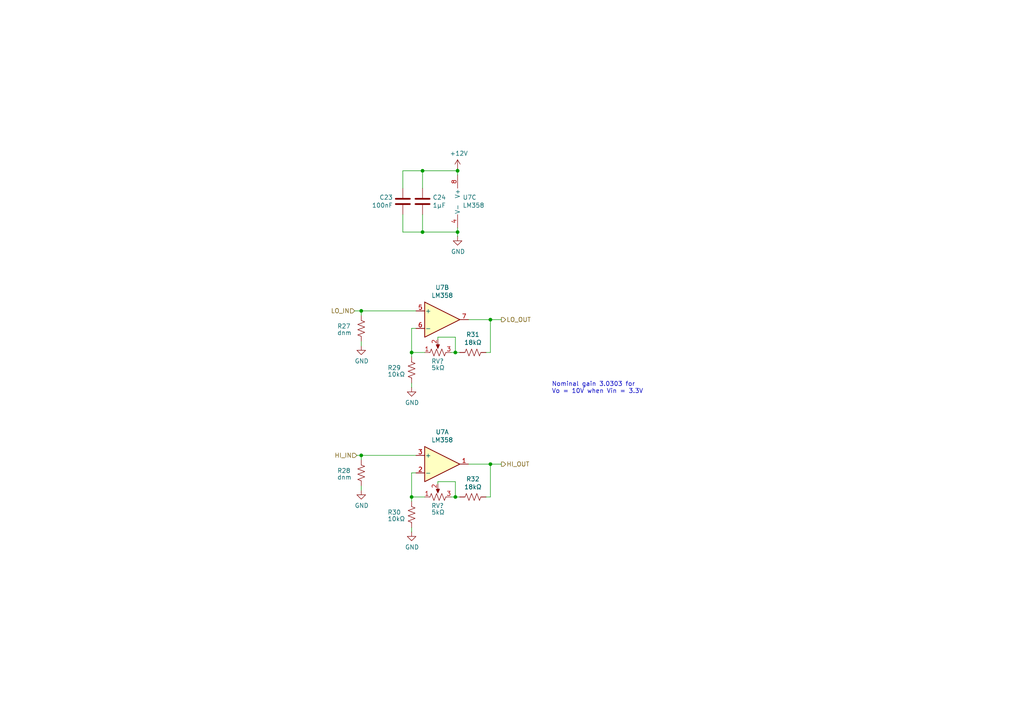
<source format=kicad_sch>
(kicad_sch (version 20231120) (generator "eeschema") (generator_version "8.0")
  (paper "A4")
  (title_block (title "Analog Outputs") (date "2021-05-25") (rev "1.0") (comment 2 "Released under CC BY-NC-SA license"))
  (lib_symbols
    (symbol "Amplifier_Operational:LM358" (pin_names (offset 0.127))
      (property "Reference" "U" (at 0 5.08 0))
      (property "Value" "LM358" (at 0 -5.08 0))
      (symbol "LM358_1_1"
        (polyline (pts (xy -5.08 5.08) (xy 5.08 0) (xy -5.08 -5.08) (xy -5.08 5.08)) (stroke (width 0.254)) (fill (type background)))
        (pin output line (at 7.62 0 180) (length 2.54) (name "~") (number "1"))
        (pin input line (at -7.62 -2.54 0) (length 2.54) (name "-") (number "2"))
        (pin input line (at -7.62 2.54 0) (length 2.54) (name "+") (number "3"))
      )
      (symbol "LM358_2_1"
        (polyline (pts (xy -5.08 5.08) (xy 5.08 0) (xy -5.08 -5.08) (xy -5.08 5.08)) (stroke (width 0.254)) (fill (type background)))
        (pin input line (at -7.62 2.54 0) (length 2.54) (name "+") (number "5"))
        (pin input line (at -7.62 -2.54 0) (length 2.54) (name "-") (number "6"))
        (pin output line (at 7.62 0 180) (length 2.54) (name "~") (number "7"))
      )
      (symbol "LM358_3_1"
        (pin power_in line (at -2.54 -7.62 90) (length 3.81) (name "V-") (number "4"))
        (pin power_in line (at -2.54 7.62 270) (length 3.81) (name "V+") (number "8"))
      )
    )
    (symbol "Device:C" (pin_numbers hide) (pin_names (offset 0.254))
      (property "Reference" "C" (at 0.635 2.54 0))
      (property "Value" "C" (at 0.635 -2.54 0))
      (symbol "C_0_1"
        (polyline (pts (xy -2.032 -0.762) (xy 2.032 -0.762)) (stroke (width 0.508)))
        (polyline (pts (xy -2.032 0.762) (xy 2.032 0.762)) (stroke (width 0.508)))
      )
      (symbol "C_1_1"
        (pin passive line (at 0 3.81 270) (length 2.794) (name "~") (number "1"))
        (pin passive line (at 0 -3.81 90) (length 2.794) (name "~") (number "2"))
      )
    )
    (symbol "Device:R_Potentiometer_US" (pin_names (offset 1.016) hide)
      (property "Reference" "RV" (at -4.445 0 90))
      (property "Value" "R_Potentiometer_US" (at -2.54 0 90))
      (symbol "R_Potentiometer_US_0_1"
        (polyline (pts (xy 0 -2.286) (xy 0 -2.54)))
        (polyline (pts (xy 0 2.54) (xy 0 2.286)))
        (polyline (pts (xy 2.54 0) (xy 1.524 0)))
        (polyline (pts (xy 1.143 0) (xy 2.286 0.508) (xy 2.286 -0.508) (xy 1.143 0)) (fill (type outline)))
        (polyline (pts (xy 0 -0.762) (xy 1.016 -1.143) (xy 0 -1.524) (xy -1.016 -1.905) (xy 0 -2.286)))
        (polyline (pts (xy 0 0.762) (xy 1.016 0.381) (xy 0 0) (xy -1.016 -0.381) (xy 0 -0.762)))
        (polyline (pts (xy 0 2.286) (xy 1.016 1.905) (xy 0 1.524) (xy -1.016 1.143) (xy 0 0.762)))
      )
      (symbol "R_Potentiometer_US_1_1"
        (pin passive line (at 0 3.81 270) (length 1.27) (name "1") (number "1"))
        (pin passive line (at 3.81 0 180) (length 1.27) (name "2") (number "2"))
        (pin passive line (at 0 -3.81 90) (length 1.27) (name "3") (number "3"))
      )
    )
    (symbol "Device:R_US" (pin_numbers hide) (pin_names (offset 0))
      (property "Reference" "R" (at 2.54 0 90))
      (property "Value" "R_US" (at -2.54 0 90))
      (symbol "R_US_0_1"
        (polyline (pts (xy 0 -2.286) (xy 0 -2.54)))
        (polyline (pts (xy 0 2.286) (xy 0 2.54)))
        (polyline (pts (xy 0 -0.762) (xy 1.016 -1.143) (xy 0 -1.524) (xy -1.016 -1.905) (xy 0 -2.286)))
        (polyline (pts (xy 0 0.762) (xy 1.016 0.381) (xy 0 0) (xy -1.016 -0.381) (xy 0 -0.762)))
        (polyline (pts (xy 0 2.286) (xy 1.016 1.905) (xy 0 1.524) (xy -1.016 1.143) (xy 0 0.762)))
      )
      (symbol "R_US_1_1"
        (pin passive line (at 0 3.81 270) (length 1.27) (name "~") (number "1"))
        (pin passive line (at 0 -3.81 90) (length 1.27) (name "~") (number "2"))
      )
    )
    (symbol "power:+12V" (power) (pin_numbers hide) (pin_names (offset 0) hide)
      (property "Value" "+12V" (at 0 3.556 0))
      (symbol "+12V_0_1"
        (polyline (pts (xy -0.762 1.27) (xy 0 2.54)))
        (polyline (pts (xy 0 0) (xy 0 2.54)))
        (polyline (pts (xy 0 2.54) (xy 0.762 1.27)))
      )
      (symbol "+12V_1_1"
        (pin power_in line (at 0 0 90) (length 0) (name "~") (number "1"))
      )
    )
    (symbol "power:GND" (power) (pin_numbers hide) (pin_names (offset 0) hide)
      (property "Value" "GND" (at 0 -3.81 0))
      (symbol "GND_0_1"
        (polyline (pts (xy 0 0) (xy 0 -1.27) (xy 1.27 -1.27) (xy 0 -2.54) (xy -1.27 -1.27) (xy 0 -1.27)))
      )
      (symbol "GND_1_1"
        (pin power_in line (at 0 0 270) (length 0) (name "~") (number "1"))
      )
    )
  )
  (junction (at 122.555 67.31))
  (junction (at 104.775 132.08))
  (junction (at 132.08 144.145))
  (junction (at 132.08 102.235))
  (junction (at 142.24 92.71))
  (junction (at 122.555 49.53))
  (junction (at 104.775 90.17))
  (junction (at 142.24 134.62))
  (junction (at 132.715 49.53))
  (junction (at 119.38 144.145))
  (junction (at 119.38 102.235))
  (junction (at 132.715 67.31))
  (wire (pts (xy 122.555 67.31) (xy 132.715 67.31)))
  (wire (pts (xy 103.505 132.08) (xy 104.775 132.08)))
  (wire (pts (xy 135.89 134.62) (xy 142.24 134.62)))
  (wire (pts (xy 102.87 90.17) (xy 104.775 90.17)))
  (wire (pts (xy 104.775 133.35) (xy 104.775 132.08)))
  (wire (pts (xy 119.38 137.16) (xy 119.38 144.145)))
  (wire (pts (xy 127 98.425) (xy 127 97.79)))
  (wire (pts (xy 142.24 134.62) (xy 145.415 134.62)))
  (wire (pts (xy 132.715 49.53) (xy 122.555 49.53)))
  (wire (pts (xy 127 140.335) (xy 127 139.7)))
  (wire (pts (xy 142.24 134.62) (xy 142.24 144.145)))
  (wire (pts (xy 116.84 49.53) (xy 116.84 54.61)))
  (wire (pts (xy 132.715 68.58) (xy 132.715 67.31)))
  (wire (pts (xy 119.38 95.25) (xy 119.38 102.235)))
  (wire (pts (xy 104.775 90.17) (xy 120.65 90.17)))
  (wire (pts (xy 123.19 102.235) (xy 119.38 102.235)))
  (wire (pts (xy 142.24 102.235) (xy 140.97 102.235)))
  (wire (pts (xy 122.555 67.31) (xy 116.84 67.31)))
  (wire (pts (xy 122.555 62.23) (xy 122.555 67.31)))
  (wire (pts (xy 120.65 95.25) (xy 119.38 95.25)))
  (wire (pts (xy 132.715 49.53) (xy 132.715 48.895)))
  (wire (pts (xy 142.24 92.71) (xy 142.24 102.235)))
  (wire (pts (xy 119.38 154.305) (xy 119.38 153.035)))
  (wire (pts (xy 135.89 92.71) (xy 142.24 92.71)))
  (wire (pts (xy 119.38 112.395) (xy 119.38 111.125)))
  (wire (pts (xy 116.84 49.53) (xy 122.555 49.53)))
  (wire (pts (xy 132.08 102.235) (xy 133.35 102.235)))
  (wire (pts (xy 120.65 137.16) (xy 119.38 137.16)))
  (wire (pts (xy 122.555 49.53) (xy 122.555 54.61)))
  (wire (pts (xy 104.775 142.24) (xy 104.775 140.97)))
  (wire (pts (xy 104.775 91.44) (xy 104.775 90.17)))
  (wire (pts (xy 132.715 67.31) (xy 132.715 66.04)))
  (wire (pts (xy 127 97.79) (xy 132.08 97.79)))
  (wire (pts (xy 132.08 139.7) (xy 132.08 144.145)))
  (wire (pts (xy 132.715 50.8) (xy 132.715 49.53)))
  (wire (pts (xy 132.08 144.145) (xy 133.35 144.145)))
  (wire (pts (xy 142.24 144.145) (xy 140.97 144.145)))
  (wire (pts (xy 119.38 144.145) (xy 119.38 145.415)))
  (wire (pts (xy 132.08 102.235) (xy 130.81 102.235)))
  (wire (pts (xy 119.38 102.235) (xy 119.38 103.505)))
  (wire (pts (xy 142.24 92.71) (xy 145.415 92.71)))
  (wire (pts (xy 104.775 132.08) (xy 120.65 132.08)))
  (wire (pts (xy 104.775 100.33) (xy 104.775 99.06)))
  (wire (pts (xy 116.84 67.31) (xy 116.84 62.23)))
  (wire (pts (xy 132.08 97.79) (xy 132.08 102.235)))
  (wire (pts (xy 123.19 144.145) (xy 119.38 144.145)))
  (wire (pts (xy 132.08 144.145) (xy 130.81 144.145)))
  (wire (pts (xy 127 139.7) (xy 132.08 139.7)))
  (text "Nominal gain 3.0303 for\nVo = 10V when Vin = 3.3V\n" (at 160.02 114.3 0) (effects (font (size 1.27 1.27)) (justify left bottom)))
  (hierarchical_label "HI_OUT" (shape output) (at 145.415 134.62 0))
  (hierarchical_label "HI_IN" (shape input) (at 103.505 132.08 180))
  (hierarchical_label "LO_IN" (shape input) (at 102.87 90.17 180))
  (hierarchical_label "LO_OUT" (shape output) (at 145.415 92.71 0))
  (symbol (lib_id "Amplifier_Operational:LM358") (at 128.27 134.62 0) (unit 1)
    (property "Reference" "U7" (at 128.27 125.2982 0))
    (property "Value" "LM358" (at 128.27 127.6096 0))
    (property "Footprint" "Package_SO:SOIC-8_3.9x4.9mm_P1.27mm" (effects (hide yes)))
    (property "Datasheet" "http://www.ti.com/lit/ds/symlink/lm2904-n.pdf" (effects (hide yes)))
  )
  (symbol (lib_id "Amplifier_Operational:LM358") (at 128.27 92.71 0) (unit 2)
    (property "Reference" "U7" (at 128.27 83.3882 0))
    (property "Value" "LM358" (at 128.27 85.6996 0))
    (property "Footprint" "Package_SO:SOIC-8_3.9x4.9mm_P1.27mm" (effects (hide yes)))
    (property "Datasheet" "http://www.ti.com/lit/ds/symlink/lm2904-n.pdf" (effects (hide yes)))
  )
  (symbol (lib_id "Amplifier_Operational:LM358") (at 135.255 58.42 0) (unit 3)
    (property "Reference" "U7" (at 134.1882 57.2516 0) (effects (justify left)))
    (property "Value" "LM358" (at 134.1882 59.563 0) (effects (justify left)))
    (property "Footprint" "Package_SO:SOIC-8_3.9x4.9mm_P1.27mm" (effects (hide yes)))
    (property "Datasheet" "http://www.ti.com/lit/ds/symlink/lm2904-n.pdf" (effects (hide yes)))
  )
  (symbol (lib_id "Device:R_US") (at 137.16 102.235 270) (unit 1)
    (property "Reference" "R31" (at 137.16 97.028 90))
    (property "Value" "18kΩ" (at 137.16 99.3394 90))
    (property "Footprint" "Resistor_SMD:R_0805_2012Metric_Pad1.20x1.40mm_HandSolder" (effects (hide yes)))
  )
  (symbol (lib_id "Device:R_US") (at 119.38 107.315 0) (unit 1)
    (property "Reference" "R29" (at 112.395 106.68 0) (effects (justify left)))
    (property "Value" "10kΩ" (at 112.395 108.585 0) (effects (justify left)))
    (property "Footprint" "Resistor_SMD:R_0805_2012Metric_Pad1.20x1.40mm_HandSolder" (effects (hide yes)))
  )
  (symbol (lib_id "Device:R_Potentiometer_US") (at 127 102.235 90) (unit 1)
    (property "Reference" "RV?" (at 125.095 104.775 90) (effects (justify right)))
    (property "Value" "5kΩ" (at 125.095 106.68 90) (effects (justify right)))
    (property "Footprint" "Potentiometer_THT:Potentiometer_Bourns_3296W_Vertical" (effects (hide yes)))
    (property "Description" "Potentiometer, US symbol" (effects (hide yes)))
    (instances (project "" (path "" (reference "RV?") (unit 1)) (path "" (reference "RV7") (unit 1))))
  )
  (symbol (lib_id "Device:R_US") (at 104.775 95.25 0) (unit 1)
    (property "Reference" "R27" (at 97.79 94.615 0) (effects (justify left)))
    (property "Value" "dnm" (at 97.79 96.52 0) (effects (justify left)))
    (property "Footprint" "Resistor_SMD:R_0805_2012Metric_Pad1.20x1.40mm_HandSolder" (effects (hide yes)))
  )
  (symbol (lib_id "power:GND") (at 104.775 100.33 0) (unit 1)
    (property "Reference" "#PWR057" (effects (hide yes)))
    (property "Value" "GND" (at 104.902 104.7242 0))
  )
  (symbol (lib_id "Device:R_US") (at 104.775 137.16 0) (unit 1)
    (property "Reference" "R28" (at 97.79 136.525 0) (effects (justify left)))
    (property "Value" "dnm" (at 97.79 138.43 0) (effects (justify left)))
    (property "Footprint" "Resistor_SMD:R_0805_2012Metric_Pad1.20x1.40mm_HandSolder" (effects (hide yes)))
  )
  (symbol (lib_id "power:GND") (at 104.775 142.24 0) (unit 1)
    (property "Reference" "#PWR058" (effects (hide yes)))
    (property "Value" "GND" (at 104.902 146.6342 0))
  )
  (symbol (lib_id "power:GND") (at 119.38 112.395 0) (unit 1)
    (property "Reference" "#PWR059" (effects (hide yes)))
    (property "Value" "GND" (at 119.507 116.7892 0))
  )
  (symbol (lib_id "Device:R_US") (at 137.16 144.145 270) (unit 1)
    (property "Reference" "R32" (at 137.16 138.938 90))
    (property "Value" "18kΩ" (at 137.16 141.2494 90))
    (property "Footprint" "Resistor_SMD:R_0805_2012Metric_Pad1.20x1.40mm_HandSolder" (effects (hide yes)))
  )
  (symbol (lib_id "Device:R_US") (at 119.38 149.225 0) (unit 1)
    (property "Reference" "R30" (at 112.395 148.59 0) (effects (justify left)))
    (property "Value" "10kΩ" (at 112.395 150.495 0) (effects (justify left)))
    (property "Footprint" "Resistor_SMD:R_0805_2012Metric_Pad1.20x1.40mm_HandSolder" (effects (hide yes)))
  )
  (symbol (lib_id "Device:R_Potentiometer_US") (at 127 144.145 90) (unit 1)
    (property "Reference" "RV?" (at 125.095 146.685 90) (effects (justify right)))
    (property "Value" "5kΩ" (at 125.095 148.59 90) (effects (justify right)))
    (property "Footprint" "Potentiometer_THT:Potentiometer_Bourns_3296W_Vertical" (effects (hide yes)))
    (property "Description" "Potentiometer, US symbol" (effects (hide yes)))
    (instances (project "" (path "" (reference "RV?") (unit 1)) (path "" (reference "RV8") (unit 1))))
  )
  (symbol (lib_id "power:GND") (at 119.38 154.305 0) (unit 1)
    (property "Reference" "#PWR060" (effects (hide yes)))
    (property "Value" "GND" (at 119.507 158.6992 0))
  )
  (symbol (lib_id "Device:C") (at 122.555 58.42 0) (unit 1)
    (property "Reference" "C24" (at 125.476 57.2516 0) (effects (justify left)))
    (property "Value" "1μF" (at 125.476 59.563 0) (effects (justify left)))
    (property "Footprint" "Capacitor_SMD:C_0603_1608Metric_Pad1.08x0.95mm_HandSolder" (effects (hide yes)))
  )
  (symbol (lib_id "Device:C") (at 116.84 58.42 0) (mirror x) (unit 1)
    (property "Reference" "C23" (at 113.9444 57.2516 0) (effects (justify right)))
    (property "Value" "100nF" (at 113.9444 59.563 0) (effects (justify right)))
    (property "Footprint" "Capacitor_SMD:C_0603_1608Metric_Pad1.08x0.95mm_HandSolder" (effects (hide yes)))
  )
  (symbol (lib_id "power:GND") (at 132.715 68.58 0) (unit 1)
    (property "Reference" "#PWR062" (effects (hide yes)))
    (property "Value" "GND" (at 132.842 72.9742 0))
  )
  (symbol (lib_id "power:+12V") (at 132.715 48.895 0) (unit 1)
    (property "Reference" "#PWR061" (effects (hide yes)))
    (property "Value" "+12V" (at 133.096 44.5008 0))
  )
)
</source>
